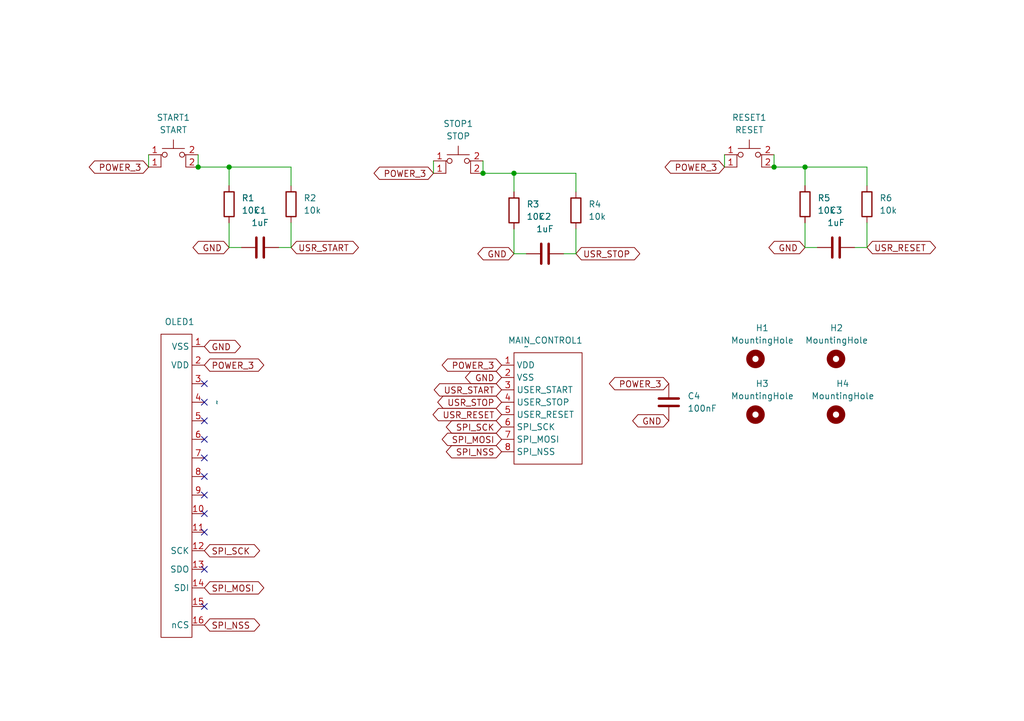
<source format=kicad_sch>
(kicad_sch (version 20230121) (generator eeschema)
  (paper "A5")
  (lib_symbols
    (symbol "Device:C" (pin_numbers hide) (pin_names (offset 0.254))
      (property "Reference" "C" (at 0.635 2.54 0))
      (property "Value" "C" (at 0.635 -2.54 0))
      (symbol "C_0_1"
        (polyline (pts (xy -2.032 -0.762) (xy 2.032 -0.762)) (stroke (width 0.508)))
        (polyline (pts (xy -2.032 0.762) (xy 2.032 0.762)) (stroke (width 0.508)))
      )
      (symbol "C_1_1"
        (pin passive line (at 0 3.81 270) (length 2.794) (name "~") (number "1"))
        (pin passive line (at 0 -3.81 90) (length 2.794) (name "~") (number "2"))
      )
    )
    (symbol "Device:R" (pin_numbers hide) (pin_names (offset 0))
      (property "Reference" "R" (at 2.032 0 90))
      (property "Value" "R" (at 0 0 90))
      (symbol "R_0_1"
        (rectangle (start -1.016 -2.54) (end 1.016 2.54) (stroke (width 0.254)))
      )
      (symbol "R_1_1"
        (pin passive line (at 0 3.81 270) (length 1.27) (name "~") (number "1"))
        (pin passive line (at 0 -3.81 90) (length 1.27) (name "~") (number "2"))
      )
    )
    (symbol "Mechanical:MountingHole" (pin_names (offset 1.016))
      (property "Reference" "H" (at 0 5.08 0))
      (property "Value" "MountingHole" (at 0 3.175 0))
      (symbol "MountingHole_0_1"
        (circle (center 0 0) (radius 1.27) (stroke (width 1.27)))
      )
    )
    (symbol "SW_MEC_5E_1" (pin_names (offset 1.016) hide)
      (property "Reference" "START1" (at 0 10.16 0))
      (property "Value" "START" (at 0 7.62 0))
      (symbol "SW_MEC_5E_1_0_1"
        (circle (center -1.778 2.54) (radius 0.508))
        (polyline (pts (xy -2.286 3.81) (xy 2.286 3.81)))
        (polyline (pts (xy 0 3.81) (xy 0 5.588)))
        (polyline (pts (xy -2.54 0) (xy -2.54 2.54) (xy -2.286 2.54)))
        (polyline (pts (xy 2.54 0) (xy 2.54 2.54) (xy 2.286 2.54)))
        (circle (center 1.778 2.54) (radius 0.508))
        (pin passive line (at -5.08 2.54 0) (length 2.54) (name "1") (number "1"))
      )
      (symbol "SW_MEC_5E_1_1_1"
        (pin passive line (at -5.08 0 0) (length 2.54) (name "2") (number "1"))
        (pin passive line (at 5.08 2.54 180) (length 2.54) (name "A") (number "2"))
        (pin passive line (at 5.08 0 180) (length 2.54) (name "K") (number "2"))
      )
    )
    (symbol "SW_MEC_5E_2" (pin_names (offset 1.016) hide)
      (property "Reference" "STOP1" (at 0 10.16 0))
      (property "Value" "STOP" (at 0 7.62 0))
      (symbol "SW_MEC_5E_2_0_1"
        (circle (center -1.778 2.54) (radius 0.508))
        (polyline (pts (xy -2.286 3.81) (xy 2.286 3.81)))
        (polyline (pts (xy 0 3.81) (xy 0 5.588)))
        (polyline (pts (xy -2.54 0) (xy -2.54 2.54) (xy -2.286 2.54)))
        (polyline (pts (xy 2.54 0) (xy 2.54 2.54) (xy 2.286 2.54)))
        (circle (center 1.778 2.54) (radius 0.508))
        (pin passive line (at -5.08 2.54 0) (length 2.54) (name "1") (number "1"))
      )
      (symbol "SW_MEC_5E_2_1_1"
        (pin passive line (at -5.08 0 0) (length 2.54) (name "2") (number "1"))
        (pin passive line (at 5.08 2.54 180) (length 2.54) (name "A") (number "2"))
        (pin passive line (at 5.08 0 180) (length 2.54) (name "K") (number "2"))
      )
    )
    (symbol "Senior_Design:OLED_DISPLAY"
      (property "Reference" "U" (at 0 0 0))
      (symbol "OLED_DISPLAY_0_1"
        (rectangle (start -13.97 -5.08) (end 48.26 -11.43))
      )
      (symbol "OLED_DISPLAY_1_1"
        (pin passive line (at -11.43 -2.54 270) (length 2.54) (name "VSS") (number "1"))
        (pin passive line (at 22.86 -2.54 270) (length 2.54) (name "") (number "10"))
        (pin passive line (at 26.67 -2.54 270) (length 2.54) (name "") (number "11"))
        (pin passive line (at 30.48 -2.54 270) (length 2.54) (name "SCK") (number "12"))
        (pin passive line (at 34.29 -2.54 270) (length 2.54) (name "SDO") (number "13"))
        (pin passive line (at 38.1 -2.54 270) (length 2.54) (name "SDI") (number "14"))
        (pin passive line (at 41.91 -2.54 270) (length 2.54) (name "") (number "15"))
        (pin passive line (at 45.72 -2.54 270) (length 2.54) (name "nCS") (number "16"))
        (pin passive line (at -7.62 -2.54 270) (length 2.54) (name "VDD") (number "2"))
        (pin passive line (at -3.81 -2.54 270) (length 2.54) (name "") (number "3"))
        (pin passive line (at 0 -2.54 270) (length 2.54) (name "") (number "4"))
        (pin passive line (at 3.81 -2.54 270) (length 2.54) (name "") (number "5"))
        (pin passive line (at 7.62 -2.54 270) (length 2.54) (name "") (number "6"))
        (pin passive line (at 11.43 -2.54 270) (length 2.54) (name "") (number "7"))
        (pin passive line (at 15.24 -2.54 270) (length 2.54) (name "") (number "8"))
        (pin passive line (at 19.05 -2.54 270) (length 2.54) (name "") (number "9"))
      )
    )
    (symbol "Senior_Design:User_Interface"
      (property "Reference" "USER" (at 3.81 1.27 0))
      (symbol "User_Interface_0_1"
        (rectangle (start -2.54 -1.27) (end 11.43 -24.13))
      )
      (symbol "User_Interface_1_1"
        (pin passive line (at -5.08 -3.81 0) (length 2.54) (name "VDD") (number "1"))
        (pin passive line (at -5.08 -6.35 0) (length 2.54) (name "VSS") (number "2"))
        (pin passive line (at -5.08 -8.89 0) (length 2.54) (name "USER_START") (number "3"))
        (pin passive line (at -5.08 -11.43 0) (length 2.54) (name "USER_STOP") (number "4"))
        (pin passive line (at -5.08 -13.97 0) (length 2.54) (name "USER_RESET") (number "5"))
        (pin passive line (at -5.08 -16.51 0) (length 2.54) (name "SPI_SCK") (number "6"))
        (pin passive line (at -5.08 -19.05 0) (length 2.54) (name "SPI_MOSI") (number "7"))
        (pin passive line (at -5.08 -21.59 0) (length 2.54) (name "SPI_NSS") (number "8"))
      )
    )
    (symbol "Switch:SW_MEC_5E" (pin_names (offset 1.016) hide)
      (property "Reference" "RESET1" (at 0 10.16 0))
      (property "Value" "RESET" (at 0 7.62 0))
      (symbol "SW_MEC_5E_0_1"
        (circle (center -1.778 2.54) (radius 0.508))
        (polyline (pts (xy -2.286 3.81) (xy 2.286 3.81)))
        (polyline (pts (xy 0 3.81) (xy 0 5.588)))
        (polyline (pts (xy -2.54 0) (xy -2.54 2.54) (xy -2.286 2.54)))
        (polyline (pts (xy 2.54 0) (xy 2.54 2.54) (xy 2.286 2.54)))
        (circle (center 1.778 2.54) (radius 0.508))
        (pin passive line (at -5.08 2.54 0) (length 2.54) (name "1") (number "1"))
      )
      (symbol "SW_MEC_5E_1_1"
        (pin passive line (at -5.08 0 0) (length 2.54) (name "2") (number "1"))
        (pin passive line (at 5.08 2.54 180) (length 2.54) (name "A") (number "2"))
        (pin passive line (at 5.08 0 180) (length 2.54) (name "K") (number "2"))
      )
    )
  )
  (junction (at 40.64 34.29))
  (junction (at 46.99 34.29))
  (junction (at 165.1 34.29))
  (junction (at 105.41 35.56))
  (junction (at 158.75 34.29))
  (junction (at 99.06 35.56))
  (no_connect (at 41.91 93.98))
  (no_connect (at 41.91 105.41))
  (no_connect (at 41.91 101.6))
  (no_connect (at 41.91 90.17))
  (no_connect (at 41.91 124.46))
  (no_connect (at 41.91 86.36))
  (no_connect (at 41.91 78.74))
  (no_connect (at 41.91 97.79))
  (no_connect (at 41.91 109.22))
  (no_connect (at 41.91 116.84))
  (no_connect (at 41.91 82.55))
  (wire (pts (xy 177.8 34.29) (xy 177.8 38.1)))
  (wire (pts (xy 165.1 34.29) (xy 165.1 38.1)))
  (wire (pts (xy 59.69 34.29) (xy 59.69 38.1)))
  (wire (pts (xy 40.64 34.29) (xy 46.99 34.29)))
  (wire (pts (xy 59.69 45.72) (xy 59.69 50.8)))
  (wire (pts (xy 165.1 34.29) (xy 177.8 34.29)))
  (wire (pts (xy 49.53 50.8) (xy 46.99 50.8)))
  (wire (pts (xy 105.41 52.07) (xy 105.41 46.99)))
  (wire (pts (xy 46.99 34.29) (xy 59.69 34.29)))
  (wire (pts (xy 118.11 46.99) (xy 118.11 52.07)))
  (wire (pts (xy 46.99 50.8) (xy 46.99 45.72)))
  (wire (pts (xy 177.8 50.8) (xy 175.26 50.8)))
  (wire (pts (xy 46.99 34.29) (xy 46.99 38.1)))
  (wire (pts (xy 105.41 35.56) (xy 118.11 35.56)))
  (wire (pts (xy 40.64 31.75) (xy 40.64 34.29)))
  (wire (pts (xy 158.75 34.29) (xy 165.1 34.29)))
  (wire (pts (xy 165.1 50.8) (xy 165.1 45.72)))
  (wire (pts (xy 118.11 35.56) (xy 118.11 39.37)))
  (wire (pts (xy 30.48 31.75) (xy 30.48 34.29)))
  (wire (pts (xy 167.64 50.8) (xy 165.1 50.8)))
  (wire (pts (xy 107.95 52.07) (xy 105.41 52.07)))
  (wire (pts (xy 105.41 35.56) (xy 105.41 39.37)))
  (wire (pts (xy 158.75 31.75) (xy 158.75 34.29)))
  (wire (pts (xy 118.11 52.07) (xy 115.57 52.07)))
  (wire (pts (xy 99.06 33.02) (xy 99.06 35.56)))
  (wire (pts (xy 148.59 31.75) (xy 148.59 34.29)))
  (wire (pts (xy 177.8 45.72) (xy 177.8 50.8)))
  (wire (pts (xy 88.9 33.02) (xy 88.9 35.56)))
  (wire (pts (xy 59.69 50.8) (xy 57.15 50.8)))
  (wire (pts (xy 99.06 35.56) (xy 105.41 35.56)))
  (global_label "POWER_3" (shape bidirectional) (at 137.16 78.74 180) (property "Intersheetrefs" "${INTERSHEET_REFS}" (effects hide)))
  (global_label "SPI_SCK" (shape bidirectional) (at 102.87 87.63 180) (property "Intersheetrefs" "${INTERSHEET_REFS}" (effects hide)))
  (global_label "USR_START" (shape bidirectional) (at 59.69 50.8 0) (property "Intersheetrefs" "${INTERSHEET_REFS}" (effects hide)))
  (global_label "GND" (shape bidirectional) (at 46.99 50.8 180) (property "Intersheetrefs" "${INTERSHEET_REFS}" (effects hide)))
  (global_label "GND" (shape bidirectional) (at 41.91 71.12 0) (property "Intersheetrefs" "${INTERSHEET_REFS}" (effects hide)))
  (global_label "GND" (shape bidirectional) (at 105.41 52.07 180) (property "Intersheetrefs" "${INTERSHEET_REFS}" (effects hide)))
  (global_label "GND" (shape bidirectional) (at 165.1 50.8 180) (property "Intersheetrefs" "${INTERSHEET_REFS}" (effects hide)))
  (global_label "SPI_MOSI" (shape bidirectional) (at 102.87 90.17 180) (property "Intersheetrefs" "${INTERSHEET_REFS}" (effects hide)))
  (global_label "SPI_MOSI" (shape bidirectional) (at 41.91 120.65 0) (property "Intersheetrefs" "${INTERSHEET_REFS}" (effects hide)))
  (global_label "GND" (shape bidirectional) (at 102.87 77.47 180) (property "Intersheetrefs" "${INTERSHEET_REFS}" (effects hide)))
  (global_label "POWER_3" (shape bidirectional) (at 88.9 35.56 180) (property "Intersheetrefs" "${INTERSHEET_REFS}" (effects hide)))
  (global_label "USR_RESET" (shape bidirectional) (at 102.87 85.09 180) (property "Intersheetrefs" "${INTERSHEET_REFS}" (effects hide)))
  (global_label "USR_START" (shape bidirectional) (at 102.87 80.01 180) (property "Intersheetrefs" "${INTERSHEET_REFS}" (effects hide)))
  (global_label "SPI_NSS" (shape bidirectional) (at 41.91 128.27 0) (property "Intersheetrefs" "${INTERSHEET_REFS}" (effects hide)))
  (global_label "POWER_3" (shape bidirectional) (at 30.48 34.29 180) (property "Intersheetrefs" "${INTERSHEET_REFS}" (effects hide)))
  (global_label "POWER_3" (shape bidirectional) (at 41.91 74.93 0) (property "Intersheetrefs" "${INTERSHEET_REFS}" (effects hide)))
  (global_label "SPI_SCK" (shape bidirectional) (at 41.91 113.03 0) (property "Intersheetrefs" "${INTERSHEET_REFS}" (effects hide)))
  (global_label "USR_STOP" (shape bidirectional) (at 118.11 52.07 0) (property "Intersheetrefs" "${INTERSHEET_REFS}" (effects hide)))
  (global_label "GND" (shape bidirectional) (at 137.16 86.36 180) (property "Intersheetrefs" "${INTERSHEET_REFS}" (effects hide)))
  (global_label "POWER_3" (shape bidirectional) (at 102.87 74.93 180) (property "Intersheetrefs" "${INTERSHEET_REFS}" (effects hide)))
  (global_label "SPI_NSS" (shape bidirectional) (at 102.87 92.71 180) (property "Intersheetrefs" "${INTERSHEET_REFS}" (effects hide)))
  (global_label "POWER_3" (shape bidirectional) (at 148.59 34.29 180) (property "Intersheetrefs" "${INTERSHEET_REFS}" (effects hide)))
  (global_label "USR_RESET" (shape bidirectional) (at 177.8 50.8 0) (property "Intersheetrefs" "${INTERSHEET_REFS}" (effects hide)))
  (global_label "USR_STOP" (shape bidirectional) (at 102.87 82.55 180) (property "Intersheetrefs" "${INTERSHEET_REFS}" (effects hide)))
  (symbol (lib_id "Device:R") (at 105.41 43.18 0) (unit 1)
    (property "Reference" "R3" (at 107.95 41.91 0) (effects (justify left)))
    (property "Value" "10k" (at 107.95 44.45 0) (effects (justify left)))
    (property "Footprint" "Resistor_SMD:R_1206_3216Metric_Pad1.30x1.75mm_HandSolder" (effects hide))
  )
  (symbol (lib_name "SW_MEC_5E_2") (lib_id "Switch:SW_MEC_5E") (at 93.98 35.56 0) (unit 1)
    (property "Reference" "STOP1" (at 93.98 25.4 0))
    (property "Value" "STOP" (at 93.98 27.94 0))
    (property "Footprint" "Button_Switch_THT:SW_PUSH_6mm_H4.3mm" (effects hide))
    (property "Datasheet" "http://www.apem.com/int/index.php?controller=attachment&id_attachment=1371" (effects hide))
  )
  (symbol (lib_id "Device:C") (at 53.34 50.8 90) (unit 1)
    (property "Reference" "C1" (at 53.34 43.18 90))
    (property "Value" "1uF" (at 53.34 45.72 90))
    (property "Footprint" "Capacitor_SMD:C_1206_3216Metric_Pad1.33x1.80mm_HandSolder" (effects hide))
  )
  (symbol (lib_id "Device:C") (at 137.16 82.55 0) (unit 1)
    (property "Reference" "C4" (at 140.97 81.28 0) (effects (justify left)))
    (property "Value" "100nF" (at 140.97 83.82 0) (effects (justify left)))
    (property "Footprint" "Capacitor_SMD:C_1206_3216Metric_Pad1.33x1.80mm_HandSolder" (effects hide))
  )
  (symbol (lib_id "Senior_Design:OLED_DISPLAY") (at 44.45 82.55 270) (unit 1)
    (property "Reference" "OLED1" (at 36.83 66.04 90))
    (property "Value" "~" (at 44.45 82.55 0))
    (property "Footprint" "Connector_PinSocket_2.54mm:PinSocket_1x16_P2.54mm_Vertical" (effects hide))
  )
  (symbol (lib_id "Device:R") (at 165.1 41.91 0) (unit 1)
    (property "Reference" "R5" (at 167.64 40.64 0) (effects (justify left)))
    (property "Value" "10k" (at 167.64 43.18 0) (effects (justify left)))
    (property "Footprint" "Resistor_SMD:R_1206_3216Metric_Pad1.30x1.75mm_HandSolder" (effects hide))
  )
  (symbol (lib_id "Device:C") (at 171.45 50.8 90) (unit 1)
    (property "Reference" "C3" (at 171.45 43.18 90))
    (property "Value" "1uF" (at 171.45 45.72 90))
    (property "Footprint" "Capacitor_SMD:C_1206_3216Metric_Pad1.33x1.80mm_HandSolder" (effects hide))
  )
  (symbol (lib_id "Senior_Design:User_Interface") (at 107.95 71.12 0) (unit 1)
    (property "Reference" "MAIN_CONTROL1" (at 104.14 69.85 0) (effects (justify left)))
    (property "Value" "~" (at 107.95 71.12 0))
    (property "Footprint" "Connector_PinSocket_2.54mm:PinSocket_1x08_P2.54mm_Vertical" (effects hide))
  )
  (symbol (lib_id "Mechanical:MountingHole") (at 171.45 85.09 0) (unit 1)
    (property "Reference" "H4" (at 171.45 78.74 0) (effects (justify left)))
    (property "Value" "MountingHole" (at 166.37 81.28 0) (effects (justify left)))
    (property "Footprint" "MountingHole:MountingHole_4mm" (effects hide))
  )
  (symbol (lib_id "Device:R") (at 177.8 41.91 0) (unit 1)
    (property "Reference" "R6" (at 180.34 40.64 0) (effects (justify left)))
    (property "Value" "10k" (at 180.34 43.18 0) (effects (justify left)))
    (property "Footprint" "Resistor_SMD:R_1206_3216Metric_Pad1.30x1.75mm_HandSolder" (effects hide))
  )
  (symbol (lib_id "Device:R") (at 59.69 41.91 0) (unit 1)
    (property "Reference" "R2" (at 62.23 40.64 0) (effects (justify left)))
    (property "Value" "10k" (at 62.23 43.18 0) (effects (justify left)))
    (property "Footprint" "Resistor_SMD:R_1206_3216Metric_Pad1.30x1.75mm_HandSolder" (effects hide))
  )
  (symbol (lib_id "Device:C") (at 111.76 52.07 90) (unit 1)
    (property "Reference" "C2" (at 111.76 44.45 90))
    (property "Value" "1uF" (at 111.76 46.99 90))
    (property "Footprint" "Capacitor_SMD:C_1206_3216Metric_Pad1.33x1.80mm_HandSolder" (effects hide))
  )
  (symbol (lib_id "Switch:SW_MEC_5E") (at 153.67 34.29 0) (unit 1)
    (property "Reference" "RESET1" (at 153.67 24.13 0))
    (property "Value" "RESET" (at 153.67 26.67 0))
    (property "Footprint" "Button_Switch_THT:SW_PUSH_6mm_H4.3mm" (effects hide))
    (property "Datasheet" "http://www.apem.com/int/index.php?controller=attachment&id_attachment=1371" (effects hide))
  )
  (symbol (lib_id "Mechanical:MountingHole") (at 171.45 73.66 0) (unit 1)
    (property "Reference" "H2" (at 170.18 67.31 0) (effects (justify left)))
    (property "Value" "MountingHole" (at 165.1 69.85 0) (effects (justify left)))
    (property "Footprint" "MountingHole:MountingHole_4mm" (effects hide))
  )
  (symbol (lib_id "Device:R") (at 118.11 43.18 0) (unit 1)
    (property "Reference" "R4" (at 120.65 41.91 0) (effects (justify left)))
    (property "Value" "10k" (at 120.65 44.45 0) (effects (justify left)))
    (property "Footprint" "Resistor_SMD:R_1206_3216Metric_Pad1.30x1.75mm_HandSolder" (effects hide))
  )
  (symbol (lib_id "Device:R") (at 46.99 41.91 0) (unit 1)
    (property "Reference" "R1" (at 49.53 40.64 0) (effects (justify left)))
    (property "Value" "10k" (at 49.53 43.18 0) (effects (justify left)))
    (property "Footprint" "Resistor_SMD:R_1206_3216Metric_Pad1.30x1.75mm_HandSolder" (effects hide))
  )
  (symbol (lib_id "Mechanical:MountingHole") (at 154.94 73.66 0) (unit 1)
    (property "Reference" "H1" (at 154.94 67.31 0) (effects (justify left)))
    (property "Value" "MountingHole" (at 149.86 69.85 0) (effects (justify left)))
    (property "Footprint" "MountingHole:MountingHole_4mm" (effects hide))
  )
  (symbol (lib_id "Mechanical:MountingHole") (at 154.94 85.09 0) (unit 1)
    (property "Reference" "H3" (at 154.94 78.74 0) (effects (justify left)))
    (property "Value" "MountingHole" (at 149.86 81.28 0) (effects (justify left)))
    (property "Footprint" "MountingHole:MountingHole_4mm" (effects hide))
  )
  (symbol (lib_name "SW_MEC_5E_1") (lib_id "Switch:SW_MEC_5E") (at 35.56 34.29 0) (unit 1)
    (property "Reference" "START1" (at 35.56 24.13 0))
    (property "Value" "START" (at 35.56 26.67 0))
    (property "Footprint" "Button_Switch_THT:SW_PUSH_6mm_H4.3mm" (effects hide))
    (property "Datasheet" "http://www.apem.com/int/index.php?controller=attachment&id_attachment=1371" (effects hide))
  )
)
</source>
